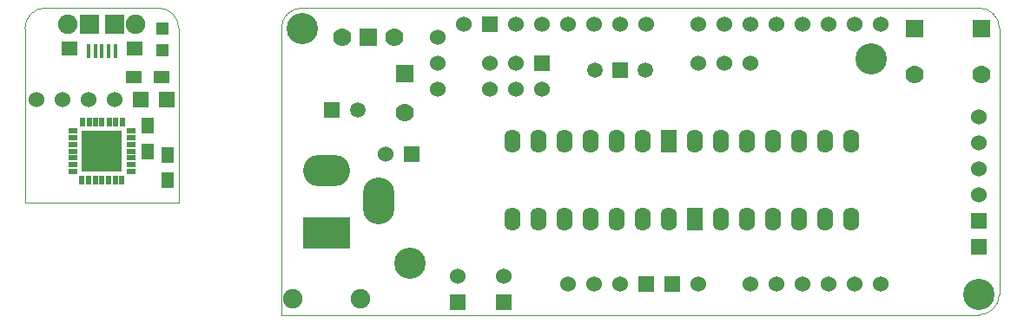
<source format=gts>
G04 #@! TF.FileFunction,Soldermask,Top*
%FSLAX46Y46*%
G04 Gerber Fmt 4.6, Leading zero omitted, Abs format (unit mm)*
G04 Created by KiCad (PCBNEW (2014-12-01 BZR 5309)-product) date Thu Dec  4 13:20:49 2014*
%MOMM*%
G01*
G04 APERTURE LIST*
%ADD10C,0.100000*%
%ADD11C,1.778000*%
%ADD12R,1.778000X1.778000*%
%ADD13C,3.048000*%
%ADD14R,4.572000X3.048000*%
%ADD15O,4.572000X3.048000*%
%ADD16O,3.048000X4.572000*%
%ADD17C,1.524000*%
%ADD18R,1.524000X1.524000*%
%ADD19O,1.574800X2.286000*%
%ADD20R,1.574800X2.286000*%
%ADD21C,1.905000*%
%ADD22C,1.501140*%
%ADD23R,1.501140X1.501140*%
%ADD24R,1.250000X1.500000*%
%ADD25R,0.406400X1.371600*%
%ADD26R,1.600200X1.422400*%
%ADD27R,1.905000X1.905000*%
%ADD28R,1.500000X1.300000*%
%ADD29R,0.492760X0.942340*%
%ADD30R,0.942340X0.492760*%
%ADD31R,2.042160X2.042160*%
%ADD32R,1.200000X1.200000*%
G04 APERTURE END LIST*
D10*
X120000000Y-60000000D02*
X120000000Y-34000000D01*
X120000000Y-34000000D02*
G75*
G03X118000000Y-32000000I-2000000J0D01*
G01*
X118000000Y-62000000D02*
G75*
G03X120000000Y-60000000I0J2000000D01*
G01*
X52000000Y-32000000D02*
G75*
G03X50000000Y-34000000I0J-2000000D01*
G01*
X50000000Y-62000000D02*
X50000000Y-34000000D01*
X118000000Y-62000000D02*
X50000000Y-62000000D01*
X52000000Y-32000000D02*
X118000000Y-32000000D01*
X25000000Y-34000000D02*
X25000000Y-51000000D01*
X40000000Y-51000000D02*
X40000000Y-48000000D01*
X25000000Y-51000000D02*
X40000000Y-51000000D01*
X40000000Y-48000000D02*
X40000000Y-46000000D01*
X40000000Y-46000000D02*
X40000000Y-34000000D01*
X38000000Y-32000000D02*
X27000000Y-32000000D01*
X40000000Y-34000000D02*
G75*
G03X38000000Y-32000000I-2000000J0D01*
G01*
X27000000Y-32000000D02*
G75*
G03X25000000Y-34000000I0J-2000000D01*
G01*
D11*
X55960000Y-34870000D03*
D12*
X58500000Y-34870000D03*
D11*
X61040000Y-34870000D03*
D12*
X118250000Y-34000000D03*
D11*
X111750000Y-38500000D03*
X118250000Y-38500000D03*
D12*
X111750000Y-34000000D03*
D13*
X118000000Y-60000000D03*
X62500000Y-57000000D03*
D14*
X54400000Y-54000000D03*
D15*
X54400000Y-47904000D03*
D16*
X59480000Y-50825000D03*
D17*
X70320000Y-39950000D03*
X70320000Y-37410000D03*
X72860000Y-39950000D03*
X72860000Y-37410000D03*
X75400000Y-39950000D03*
D18*
X75400000Y-37410000D03*
D17*
X85560000Y-33600000D03*
X83020000Y-33600000D03*
X80480000Y-33600000D03*
X77940000Y-33600000D03*
X75400000Y-33600000D03*
X72860000Y-33600000D03*
D18*
X70320000Y-33600000D03*
D17*
X67780000Y-33600000D03*
X108420000Y-33600000D03*
X105880000Y-33600000D03*
X103340000Y-33600000D03*
X100800000Y-33600000D03*
X98260000Y-33600000D03*
X95720000Y-33600000D03*
X93180000Y-33600000D03*
X90640000Y-33600000D03*
X108420000Y-59000000D03*
X105880000Y-59000000D03*
X103340000Y-59000000D03*
X100800000Y-59000000D03*
X98260000Y-59000000D03*
X95720000Y-59000000D03*
X90640000Y-59000000D03*
D18*
X88100000Y-59000000D03*
X85560000Y-59000000D03*
D17*
X83020000Y-59000000D03*
X80480000Y-59000000D03*
X77940000Y-59000000D03*
X65230000Y-34870000D03*
X65230000Y-37410000D03*
X65230000Y-39950000D03*
X71700000Y-58230000D03*
D18*
X71700000Y-60770000D03*
D17*
X67200000Y-58230000D03*
D18*
X67200000Y-60770000D03*
D19*
X102970000Y-44990000D03*
X100430000Y-44990000D03*
X97890000Y-44990000D03*
X95350000Y-44990000D03*
X92810000Y-44990000D03*
X90270000Y-44990000D03*
D20*
X87730000Y-44990000D03*
D19*
X85190000Y-44990000D03*
X82650000Y-44990000D03*
X80110000Y-44990000D03*
X77570000Y-44990000D03*
X75030000Y-44990000D03*
X72490000Y-44990000D03*
X105510000Y-44990000D03*
X72490000Y-52610000D03*
X75030000Y-52610000D03*
X77570000Y-52610000D03*
X80110000Y-52610000D03*
X82650000Y-52610000D03*
X85190000Y-52610000D03*
X87730000Y-52610000D03*
D20*
X90270000Y-52610000D03*
D19*
X92810000Y-52610000D03*
X95350000Y-52610000D03*
X97890000Y-52610000D03*
X100430000Y-52610000D03*
X102970000Y-52610000D03*
X105510000Y-52610000D03*
D18*
X118000000Y-55350000D03*
X118000000Y-52810000D03*
D17*
X118000000Y-50270000D03*
X118000000Y-47730000D03*
X118000000Y-45190000D03*
X118000000Y-42650000D03*
D21*
X57702000Y-60467000D03*
X51098000Y-60467000D03*
D22*
X85450940Y-38080000D03*
X80569060Y-38080000D03*
D23*
X83010000Y-38080000D03*
D11*
X62000000Y-42250000D03*
D12*
X62000000Y-38440000D03*
D13*
X52000000Y-34000000D03*
X107500000Y-37000000D03*
D17*
X90640000Y-37410000D03*
X93180000Y-37410000D03*
X95720000Y-37410000D03*
D23*
X54910000Y-41970000D03*
D22*
X57450000Y-41970000D03*
D18*
X62700000Y-46300000D03*
D17*
X60160000Y-46300000D03*
D24*
X36925000Y-46000000D03*
X36925000Y-43500000D03*
X38925000Y-48850000D03*
X38925000Y-46350000D03*
D25*
X32500000Y-36250000D03*
X31849760Y-36250000D03*
X31199520Y-36250000D03*
X33150240Y-36250000D03*
X33800480Y-36250000D03*
D26*
X35675000Y-35996000D03*
X29325000Y-35996000D03*
D27*
X33706500Y-33583000D03*
X31293500Y-33583000D03*
D21*
X35802000Y-33583000D03*
X29198000Y-33583000D03*
D28*
X35650000Y-38800000D03*
X38350000Y-38800000D03*
D29*
X31199520Y-48849880D03*
X31849760Y-48849880D03*
X32500000Y-48849880D03*
X33150240Y-48849880D03*
D30*
X35352420Y-47950720D03*
X35352420Y-47300480D03*
X35352420Y-46650240D03*
X35352420Y-46000000D03*
X35352420Y-45349760D03*
X35352420Y-44699520D03*
X35352420Y-44049280D03*
D29*
X30549280Y-48849880D03*
D31*
X33449960Y-46949960D03*
X31550040Y-46949960D03*
X31550040Y-45050040D03*
X33449960Y-45050040D03*
D29*
X34501520Y-43147580D03*
X33851280Y-43147580D03*
X33201040Y-43147580D03*
X32500000Y-43147580D03*
X31900560Y-43147580D03*
X31250320Y-43147580D03*
X30600080Y-43147580D03*
D30*
X29650120Y-44049280D03*
X29650120Y-44699520D03*
X29650120Y-45349760D03*
X29650120Y-46000000D03*
X29650120Y-46650240D03*
X29650120Y-47300480D03*
X29650120Y-47950720D03*
D29*
X33800480Y-48849880D03*
X34450720Y-48849880D03*
D32*
X38400000Y-36150000D03*
X38400000Y-34050000D03*
D18*
X38850000Y-41000000D03*
X36310000Y-41000000D03*
D17*
X33770000Y-41000000D03*
X31230000Y-41000000D03*
X28690000Y-41000000D03*
X26150000Y-41000000D03*
M02*

</source>
